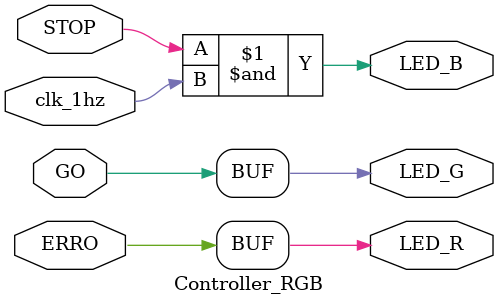
<source format=v>
/*
Circuito que aciona o LED RGB correto, de acordo com o devido estado
Inclusive faz o led azul piscar na frequência do sinal do clk_1hz
*/
module Controller_RGB(LED_G, LED_R, LED_B, clk_1hz, GO, ERRO, STOP);
  input clk_1hz, GO, ERRO, STOP;
  output LED_G, LED_R, LED_B;
  
  assign LED_B = STOP & clk_1hz;
  assign LED_G = GO;
  assign LED_R = ERRO;

endmodule 
</source>
